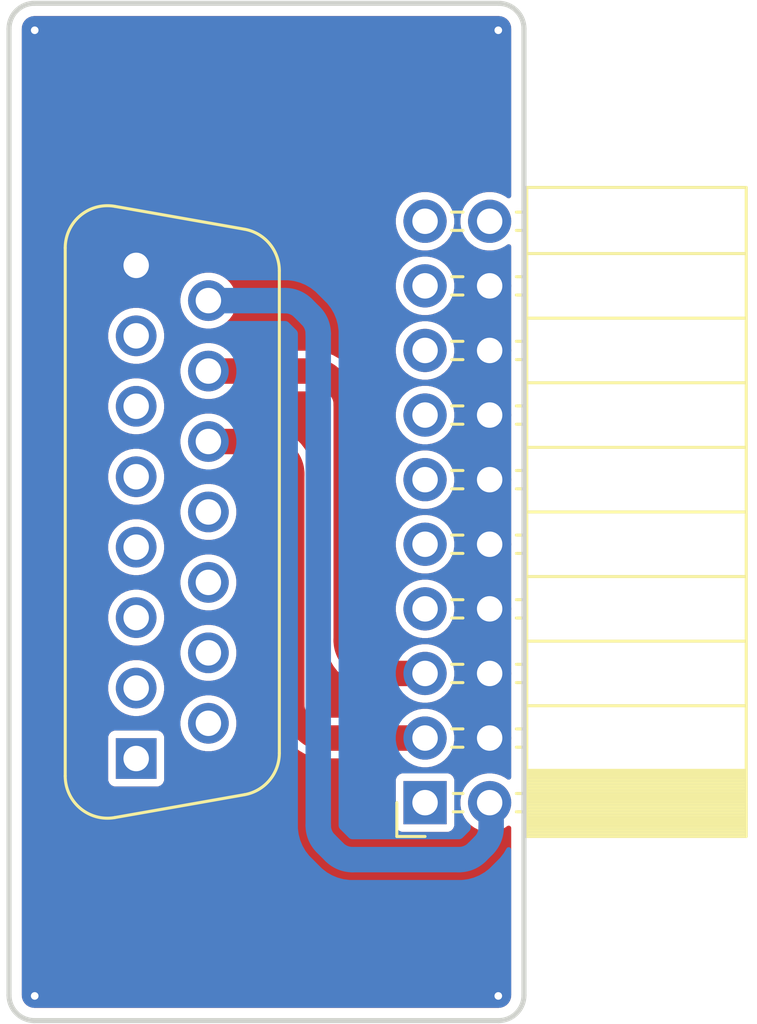
<source format=kicad_pcb>
(kicad_pcb (version 20241229) (generator "pcbnew") (generator_version "9.0")
  (layers (0 "F.Cu" signal) (2 "B.Cu" signal) (13 "F.Paste" user) (15 "B.Paste" user) (5 "F.SilkS" user "F.Silkscreen") (7 "B.SilkS" user "B.Silkscreen") (1 "F.Mask" user) (3 "B.Mask" user) (25 "Edge.Cuts" user))
  (net 0 "")
  (net 1 "GND")
  (net 2 "/SCL")
  (net 4 "/SDA")
  (net 8 "+3V3")
  (footprint "Connector_PinSocket_2.54mm:PinSocket_2x10_P2.54mm_Horizontal" (layer "F.Cu") (at 36.36 51.43 180)
    (property "Reference" "J1" (hide yes))
    (property "Value" "Conn_02x10_Counter_Clockwise" (hide yes))
    (fp_line (start 1.11 -1.33) (end 1.11 0) (stroke (width 0.12)) (layer "F.SilkS"))
    (fp_line (start 0 -1.33) (end 1.11 -1.33) (stroke (width 0.12)) (layer "F.SilkS"))
    (fp_line (start -1.49 23.22) (end -1.05 23.22) (stroke (width 0.12)) (layer "F.SilkS"))
    (fp_line (start -1.49 22.5) (end -1.05 22.5) (stroke (width 0.12)) (layer "F.SilkS"))
    (fp_line (start -1.49 20.68) (end -1.05 20.68) (stroke (width 0.12)) (layer "F.SilkS"))
    (fp_line (start -1.49 19.96) (end -1.05 19.96) (stroke (width 0.12)) (layer "F.SilkS"))
    (fp_line (start -1.49 18.14) (end -1.05 18.14) (stroke (width 0.12)) (layer "F.SilkS"))
    (fp_line (start -1.49 17.42) (end -1.05 17.42) (stroke (width 0.12)) (layer "F.SilkS"))
    (fp_line (start -1.49 15.6) (end -1.05 15.6) (stroke (width 0.12)) (layer "F.SilkS"))
    (fp_line (start -1.49 14.88) (end -1.05 14.88) (stroke (width 0.12)) (layer "F.SilkS"))
    (fp_line (start -1.49 13.06) (end -1.05 13.06) (stroke (width 0.12)) (layer "F.SilkS"))
    (fp_line (start -1.49 12.34) (end -1.05 12.34) (stroke (width 0.12)) (layer "F.SilkS"))
    (fp_line (start -1.49 10.52) (end -1.05 10.52) (stroke (width 0.12)) (layer "F.SilkS"))
    (fp_line (start -1.49 9.8) (end -1.05 9.8) (stroke (width 0.12)) (layer "F.SilkS"))
    (fp_line (start -1.49 7.98) (end -1.05 7.98) (stroke (width 0.12)) (layer "F.SilkS"))
    (fp_line (start -1.49 7.26) (end -1.05 7.26) (stroke (width 0.12)) (layer "F.SilkS"))
    (fp_line (start -1.49 5.44) (end -1.05 5.44) (stroke (width 0.12)) (layer "F.SilkS"))
    (fp_line (start -1.49 4.72) (end -1.05 4.72) (stroke (width 0.12)) (layer "F.SilkS"))
    (fp_line (start -1.49 2.9) (end -1.05 2.9) (stroke (width 0.12)) (layer "F.SilkS"))
    (fp_line (start -1.49 2.18) (end -1.05 2.18) (stroke (width 0.12)) (layer "F.SilkS"))
    (fp_line (start -1.49 0.36) (end -1.11 0.36) (stroke (width 0.12)) (layer "F.SilkS"))
    (fp_line (start -1.49 -0.36) (end -1.11 -0.36) (stroke (width 0.12)) (layer "F.SilkS"))
    (fp_line (start -4 23.22) (end -3.59 23.22) (stroke (width 0.12)) (layer "F.SilkS"))
    (fp_line (start -4 22.5) (end -3.59 22.5) (stroke (width 0.12)) (layer "F.SilkS"))
    (fp_line (start -4 20.68) (end -3.59 20.68) (stroke (width 0.12)) (layer "F.SilkS"))
    (fp_line (start -4 19.96) (end -3.59 19.96) (stroke (width 0.12)) (layer "F.SilkS"))
    (fp_line (start -4 18.14) (end -3.59 18.14) (stroke (width 0.12)) (layer "F.SilkS"))
    (fp_line (start -4 17.42) (end -3.59 17.42) (stroke (width 0.12)) (layer "F.SilkS"))
    (fp_line (start -4 15.6) (end -3.59 15.6) (stroke (width 0.12)) (layer "F.SilkS"))
    (fp_line (start -4 14.88) (end -3.59 14.88) (stroke (width 0.12)) (layer "F.SilkS"))
    (fp_line (start -4 13.06) (end -3.59 13.06) (stroke (width 0.12)) (layer "F.SilkS"))
    (fp_line (start -4 12.34) (end -3.59 12.34) (stroke (width 0.12)) (layer "F.SilkS"))
    (fp_line (start -4 10.52) (end -3.59 10.52) (stroke (width 0.12)) (layer "F.SilkS"))
    (fp_line (start -4 9.8) (end -3.59 9.8) (stroke (width 0.12)) (layer "F.SilkS"))
    (fp_line (start -4 7.98) (end -3.59 7.98) (stroke (width 0.12)) (layer "F.SilkS"))
    (fp_line (start -4 7.26) (end -3.59 7.26) (stroke (width 0.12)) (layer "F.SilkS"))
    (fp_line (start -4 5.44) (end -3.59 5.44) (stroke (width 0.12)) (layer "F.SilkS"))
    (fp_line (start -4 4.72) (end -3.59 4.72) (stroke (width 0.12)) (layer "F.SilkS"))
    (fp_line (start -4 2.9) (end -3.59 2.9) (stroke (width 0.12)) (layer "F.SilkS"))
    (fp_line (start -4 2.18) (end -3.59 2.18) (stroke (width 0.12)) (layer "F.SilkS"))
    (fp_line (start -4 0.36) (end -3.59 0.36) (stroke (width 0.12)) (layer "F.SilkS"))
    (fp_line (start -4 -0.36) (end -3.59 -0.36) (stroke (width 0.12)) (layer "F.SilkS"))
    (fp_line (start -4 -1.33) (end -4 24.19) (stroke (width 0.12)) (layer "F.SilkS"))
    (fp_line (start -12.63 24.19) (end -4 24.19) (stroke (width 0.12)) (layer "F.SilkS"))
    (fp_line (start -12.63 21.59) (end -4 21.59) (stroke (width 0.12)) (layer "F.SilkS"))
    (fp_line (start -12.63 19.05) (end -4 19.05) (stroke (width 0.12)) (layer "F.SilkS"))
    (fp_line (start -12.63 16.51) (end -4 16.51) (stroke (width 0.12)) (layer "F.SilkS"))
    (fp_line (start -12.63 13.97) (end -4 13.97) (stroke (width 0.12)) (layer "F.SilkS"))
    (fp_line (start -12.63 11.43) (end -4 11.43) (stroke (width 0.12)) (layer "F.SilkS"))
    (fp_line (start -12.63 8.89) (end -4 8.89) (stroke (width 0.12)) (layer "F.SilkS"))
    (fp_line (start -12.63 6.35) (end -4 6.35) (stroke (width 0.12)) (layer "F.SilkS"))
    (fp_line (start -12.63 3.81) (end -4 3.81) (stroke (width 0.12)) (layer "F.SilkS"))
    (fp_line (start -12.63 1.27) (end -4 1.27) (stroke (width 0.12)) (layer "F.SilkS"))
    (fp_line (start -12.63 1.1519) (end -4 1.1519) (stroke (width 0.12)) (layer "F.SilkS"))
    (fp_line (start -12.63 1.033805) (end -4 1.033805) (stroke (width 0.12)) (layer "F.SilkS"))
    (fp_line (start -12.63 0.91571) (end -4 0.91571) (stroke (width 0.12)) (layer "F.SilkS"))
    (fp_line (start -12.63 0.797615) (end -4 0.797615) (stroke (width 0.12)) (layer "F.SilkS"))
    (fp_line (start -12.63 0.67952) (end -4 0.67952) (stroke (width 0.12)) (layer "F.SilkS"))
    (fp_line (start -12.63 0.561425) (end -4 0.561425) (stroke (width 0.12)) (layer "F.SilkS"))
    (fp_line (start -12.63 0.44333) (end -4 0.44333) (stroke (width 0.12)) (layer "F.SilkS"))
    (fp_line (start -12.63 0.325235) (end -4 0.325235) (stroke (width 0.12)) (layer "F.SilkS"))
    (fp_line (start -12.63 0.20714) (end -4 0.20714) (stroke (width 0.12)) (layer "F.SilkS"))
    (fp_line (start -12.63 0.089045) (end -4 0.089045) (stroke (width 0.12)) (layer "F.SilkS"))
    (fp_line (start -12.63 -0.02905) (end -4 -0.02905) (stroke (width 0.12)) (layer "F.SilkS"))
    (fp_line (start -12.63 -0.147145) (end -4 -0.147145) (stroke (width 0.12)) (layer "F.SilkS"))
    (fp_line (start -12.63 -0.26524) (end -4 -0.26524) (stroke (width 0.12)) (layer "F.SilkS"))
    (fp_line (start -12.63 -0.383335) (end -4 -0.383335) (stroke (width 0.12)) (layer "F.SilkS"))
    (fp_line (start -12.63 -0.50143) (end -4 -0.50143) (stroke (width 0.12)) (layer "F.SilkS"))
    (fp_line (start -12.63 -0.619525) (end -4 -0.619525) (stroke (width 0.12)) (layer "F.SilkS"))
    (fp_line (start -12.63 -0.73762) (end -4 -0.73762) (stroke (width 0.12)) (layer "F.SilkS"))
    (fp_line (start -12.63 -0.855715) (end -4 -0.855715) (stroke (width 0.12)) (layer "F.SilkS"))
    (fp_line (start -12.63 -0.97381) (end -4 -0.97381) (stroke (width 0.12)) (layer "F.SilkS"))
    (fp_line (start -12.63 -1.091905) (end -4 -1.091905) (stroke (width 0.12)) (layer "F.SilkS"))
    (fp_line (start -12.63 -1.21) (end -4 -1.21) (stroke (width 0.12)) (layer "F.SilkS"))
    (fp_line (start -12.63 -1.33) (end -4 -1.33) (stroke (width 0.12)) (layer "F.SilkS"))
    (fp_line (start -12.63 -1.33) (end -12.63 24.19) (stroke (width 0.12)) (layer "F.SilkS"))
    (pad "1" thru_hole rect (at 0 0 180) (size 1.7 1.7) (drill 1) (layers "*.Cu" "*.Mask"))
    (pad "2" thru_hole circle (at -2.54 0 180) (size 1.7 1.7) (drill 1) (layers "*.Cu" "*.Mask") (net 8 "+3V3"))
    (pad "3" thru_hole circle (at 0 2.54 180) (size 1.7 1.7) (drill 1) (layers "*.Cu" "*.Mask") (net 2 "/SCL"))
    (pad "4" thru_hole circle (at -2.54 2.54 180) (size 1.7 1.7) (drill 1) (layers "*.Cu" "*.Mask") (net 1 "GND"))
    (pad "5" thru_hole circle (at 0 5.08 180) (size 1.7 1.7) (drill 1) (layers "*.Cu" "*.Mask") (net 4 "/SDA"))
    (pad "6" thru_hole circle (at -2.54 5.08 180) (size 1.7 1.7) (drill 1) (layers "*.Cu" "*.Mask") (net 1 "GND"))
    (pad "7" thru_hole circle (at 0 7.62 180) (size 1.7 1.7) (drill 1) (layers "*.Cu" "*.Mask"))
    (pad "8" thru_hole circle (at -2.54 7.62 180) (size 1.7 1.7) (drill 1) (layers "*.Cu" "*.Mask") (net 1 "GND"))
    (pad "9" thru_hole circle (at 0 10.16 180) (size 1.7 1.7) (drill 1) (layers "*.Cu" "*.Mask"))
    (pad "10" thru_hole circle (at -2.54 10.16 180) (size 1.7 1.7) (drill 1) (layers "*.Cu" "*.Mask") (net 1 "GND"))
    (pad "11" thru_hole circle (at 0 12.7 180) (size 1.7 1.7) (drill 1) (layers "*.Cu" "*.Mask"))
    (pad "12" thru_hole circle (at -2.54 12.7 180) (size 1.7 1.7) (drill 1) (layers "*.Cu" "*.Mask") (net 1 "GND"))
    (pad "13" thru_hole circle (at 0 15.24 180) (size 1.7 1.7) (drill 1) (layers "*.Cu" "*.Mask"))
    (pad "14" thru_hole circle (at -2.54 15.24 180) (size 1.7 1.7) (drill 1) (layers "*.Cu" "*.Mask") (net 1 "GND"))
    (pad "15" thru_hole circle (at 0 17.78 180) (size 1.7 1.7) (drill 1) (layers "*.Cu" "*.Mask"))
    (pad "16" thru_hole circle (at -2.54 17.78 180) (size 1.7 1.7) (drill 1) (layers "*.Cu" "*.Mask") (net 1 "GND"))
    (pad "17" thru_hole circle (at 0 20.32 180) (size 1.7 1.7) (drill 1) (layers "*.Cu" "*.Mask"))
    (pad "18" thru_hole circle (at -2.54 20.32 180) (size 1.7 1.7) (drill 1) (layers "*.Cu" "*.Mask") (net 1 "GND"))
    (pad "19" thru_hole circle (at 0 22.86 180) (size 1.7 1.7) (drill 1) (layers "*.Cu" "*.Mask"))
    (pad "20" thru_hole circle (at -2.54 22.86 180) (size 1.7 1.7) (drill 1) (layers "*.Cu" "*.Mask"))
  )
  (footprint "Connector_Dsub:DSUB-15_Pins_Vertical_P2.77x2.84mm" (layer "F.Cu") (at 25 49.695 90)
    (property "Reference" "J2" (hide yes))
    (property "Value" "DA15_Pins" (hide yes))
    (fp_line (start -0.686689 -2.79) (end 20.076689 -2.79) (stroke (width 0.12)) (layer "F.SilkS"))
    (fp_line (start 21.71147 -0.841744) (end 20.812202 4.258256) (stroke (width 0.12)) (layer "F.SilkS"))
    (fp_line (start -1.422202 4.258256) (end -2.32147 -0.841744) (stroke (width 0.12)) (layer "F.SilkS"))
    (fp_line (start 19.177421 5.63) (end 0.212579 5.63) (stroke (width 0.12)) (layer "F.SilkS"))
    (fp_arc (start 20.076689 -2.79) (mid 21.348323 -2.197027) (end 21.71147 -0.841744) (stroke (width 0.12)) (layer "F.SilkS"))
    (fp_arc (start -2.32147 -0.841744) (mid -1.958323 -2.197027) (end -0.686689 -2.79) (stroke (width 0.12)) (layer "F.SilkS"))
    (fp_arc (start 20.812202 4.258256) (mid 20.244449 5.241634) (end 19.177421 5.63) (stroke (width 0.12)) (layer "F.SilkS"))
    (fp_arc (start 0.212579 5.63) (mid -0.854449 5.241634) (end -1.422202 4.258256) (stroke (width 0.12)) (layer "F.SilkS"))
    (pad "1" thru_hole rect (at 0 0 90) (size 1.6 1.6) (drill 1) (layers "*.Cu" "*.Mask"))
    (pad "2" thru_hole circle (at 2.77 0 90) (size 1.6 1.6) (drill 1) (layers "*.Cu" "*.Mask"))
    (pad "3" thru_hole circle (at 5.54 0 90) (size 1.6 1.6) (drill 1) (layers "*.Cu" "*.Mask"))
    (pad "4" thru_hole circle (at 8.31 0 90) (size 1.6 1.6) (drill 1) (layers "*.Cu" "*.Mask"))
    (pad "5" thru_hole circle (at 11.08 0 90) (size 1.6 1.6) (drill 1) (layers "*.Cu" "*.Mask"))
    (pad "6" thru_hole circle (at 13.85 0 90) (size 1.6 1.6) (drill 1) (layers "*.Cu" "*.Mask"))
    (pad "7" thru_hole circle (at 16.62 0 90) (size 1.6 1.6) (drill 1) (layers "*.Cu" "*.Mask"))
    (pad "8" thru_hole circle (at 19.39 0 90) (size 1.6 1.6) (drill 1) (layers "*.Cu" "*.Mask") (net 1 "GND"))
    (pad "9" thru_hole circle (at 1.385 2.84 90) (size 1.6 1.6) (drill 1) (layers "*.Cu" "*.Mask"))
    (pad "10" thru_hole circle (at 4.155 2.84 90) (size 1.6 1.6) (drill 1) (layers "*.Cu" "*.Mask"))
    (pad "11" thru_hole circle (at 6.925 2.84 90) (size 1.6 1.6) (drill 1) (layers "*.Cu" "*.Mask"))
    (pad "12" thru_hole circle (at 9.695 2.84 90) (size 1.6 1.6) (drill 1) (layers "*.Cu" "*.Mask"))
    (pad "13" thru_hole circle (at 12.465 2.84 90) (size 1.6 1.6) (drill 1) (layers "*.Cu" "*.Mask") (net 2 "/SCL"))
    (pad "14" thru_hole circle (at 15.235 2.84 90) (size 1.6 1.6) (drill 1) (layers "*.Cu" "*.Mask") (net 4 "/SDA"))
    (pad "15" thru_hole circle (at 18.005 2.84 90) (size 1.6 1.6) (drill 1) (layers "*.Cu" "*.Mask") (net 8 "+3V3"))
  )
  (gr_arc (start 20 21) (mid 20.292893 20.292893) (end 21 20) (stroke (width 0.2)) (layer "Edge.Cuts"))
  (gr_line (start 40.25 21) (end 40.25 59) (stroke (width 0.2)) (layer "Edge.Cuts"))
  (gr_arc (start 21 60) (mid 20.292893 59.707107) (end 20 59) (stroke (width 0.2)) (layer "Edge.Cuts"))
  (gr_line (start 39.25 60) (end 21 60) (stroke (width 0.2)) (layer "Edge.Cuts"))
  (gr_arc (start 40.25 59) (mid 39.957107 59.707107) (end 39.25 60) (stroke (width 0.2)) (layer "Edge.Cuts"))
  (gr_line (start 21 20) (end 39.25 20) (stroke (width 0.2)) (layer "Edge.Cuts"))
  (gr_line (start 20 59) (end 20 21) (stroke (width 0.2)) (layer "Edge.Cuts"))
  (gr_arc (start 39.25 20) (mid 39.957107 20.292893) (end 40.25 21) (stroke (width 0.2)) (layer "Edge.Cuts"))
  (via (at 39.24 21.06) (size 0.6) (drill 0.3) (layers "F.Cu" "B.Cu") (net 1))
  (via (at 21.01 59.03) (size 0.6) (drill 0.3) (layers "F.Cu" "B.Cu") (net 1))
  (via (at 21.01 21.06) (size 0.6) (drill 0.3) (layers "F.Cu" "B.Cu") (net 1))
  (via (at 39.24 59.03) (size 0.6) (drill 0.3) (layers "F.Cu" "B.Cu") (net 1))
  (segment (start 31.12 47.585786) (end 31.12 38.504214) (width 1) (layer "F.Cu") (net 2))
  (segment (start 30.827107 37.797107) (end 30.552893 37.522893) (width 1) (layer "F.Cu") (net 2))
  (segment (start 36.42 48.89) (end 32.424214 48.89) (width 1) (layer "F.Cu") (net 2))
  (segment (start 31.717107 48.597107) (end 31.412893 48.292893) (width 1) (layer "F.Cu") (net 2))
  (segment (start 29.845786 37.23) (end 27.84 37.23) (width 1) (layer "F.Cu") (net 2))
  (arc (start 30.827107 37.797107) (mid 31.04388 38.12153) (end 31.12 38.504214) (width 1) (layer "F.Cu") (net 2))
  (arc (start 31.717107 48.597107) (mid 32.04153 48.81388) (end 32.424214 48.89) (width 1) (layer "F.Cu") (net 2))
  (arc (start 29.845786 37.23) (mid 30.228469 37.30612) (end 30.552893 37.522893) (width 1) (layer "F.Cu") (net 2))
  (arc (start 31.412893 48.292893) (mid 31.19612 47.96847) (end 31.12 47.585786) (width 1) (layer "F.Cu") (net 2))
  (segment (start 32.967107 35.057107) (end 32.662893 34.752893) (width 1) (layer "F.Cu") (net 4))
  (segment (start 31.955786 34.46) (end 27.84 34.46) (width 1) (layer "F.Cu") (net 4))
  (segment (start 33.26 45.055786) (end 33.26 35.764214) (width 1) (layer "F.Cu") (net 4))
  (segment (start 33.847107 46.057107) (end 33.552893 45.762893) (width 1) (layer "F.Cu") (net 4))
  (segment (start 36.42 46.35) (end 34.554214 46.35) (width 1) (layer "F.Cu") (net 4))
  (arc (start 32.662893 34.752893) (mid 32.33847 34.53612) (end 31.955786 34.46) (width 1) (layer "F.Cu") (net 4))
  (arc (start 34.554214 46.35) (mid 34.171531 46.27388) (end 33.847107 46.057107) (width 1) (layer "F.Cu") (net 4))
  (arc (start 33.552893 45.762893) (mid 33.33612 45.43847) (end 33.26 45.055786) (width 1) (layer "F.Cu") (net 4))
  (arc (start 32.967107 35.057107) (mid 33.18388 35.38153) (end 33.26 35.764214) (width 1) (layer "F.Cu") (net 4))
  (segment (start 32.16 52.325786) (end 32.16 32.994214) (width 1) (layer "B.Cu") (net 8))
  (segment (start 38.96 51.43) (end 38.96 52.405786) (width 1) (layer "B.Cu") (net 8))
  (segment (start 37.695786 53.67) (end 33.504214 53.67) (width 1) (layer "B.Cu") (net 8))
  (segment (start 31.867107 32.287107) (end 31.562893 31.982893) (width 1) (layer "B.Cu") (net 8))
  (segment (start 30.855786 31.69) (end 27.84 31.69) (width 1) (layer "B.Cu") (net 8))
  (segment (start 32.797107 53.377107) (end 32.452893 53.032893) (width 1) (layer "B.Cu") (net 8))
  (segment (start 38.667107 53.112893) (end 38.402893 53.377107) (width 1) (layer "B.Cu") (net 8))
  (arc (start 32.797107 53.377107) (mid 33.12153 53.59388) (end 33.504214 53.67) (width 1) (layer "B.Cu") (net 8))
  (arc (start 32.16 32.994214) (mid 32.08388 32.611531) (end 31.867107 32.287107) (width 1) (layer "B.Cu") (net 8))
  (arc (start 32.452893 53.032893) (mid 32.23612 52.70847) (end 32.16 52.325786) (width 1) (layer "B.Cu") (net 8))
  (arc (start 37.695786 53.67) (mid 38.078469 53.59388) (end 38.402893 53.377107) (width 1) (layer "B.Cu") (net 8))
  (arc (start 30.855786 31.69) (mid 31.238469 31.76612) (end 31.562893 31.982893) (width 1) (layer "B.Cu") (net 8))
  (arc (start 38.96 52.405786) (mid 38.88388 52.788469) (end 38.667107 53.112893) (width 1) (layer "B.Cu") (net 8))
  (zone (net 1) (net_name "GND") (layers "F.Cu" "B.Cu") (connect_pads yes (clearance 0.3)) (min_thickness 0.2) (fill yes (thermal_gap 0.5) (thermal_bridge_width 0.5))
    (polygon (pts (xy 20 20) (xy 40.25 20.02) (xy 40.22 60.02) (xy 20 60)))
  )
)
</source>
